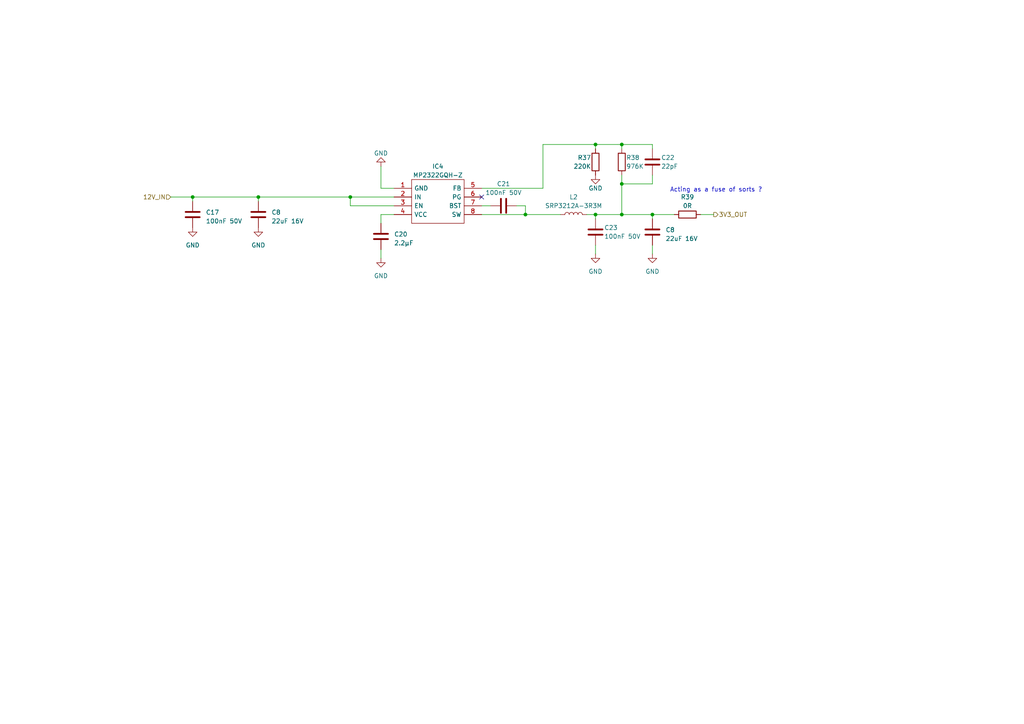
<source format=kicad_sch>
(kicad_sch (version 20230121) (generator eeschema)
  (paper "A4")
  (title_block (title "Vehicle Emulator Board") (date "2025-03-09") (rev "1.0.0") (comment 1 "https://github.com/martinroger/VXDash") (comment 2 "https://cadlab.io/projects/vxdash"))
  (lib_symbols
    (symbol "Device:C" (pin_numbers hide) (pin_names (offset 0.254))
      (property "Reference" "C" (at 0.635 2.54 0))
      (property "Value" "C" (at 0.635 -2.54 0))
      (symbol "C_0_1"
        (polyline (pts (xy -2.032 -0.762) (xy 2.032 -0.762)) (stroke (width 0.508)))
        (polyline (pts (xy -2.032 0.762) (xy 2.032 0.762)) (stroke (width 0.508)))
      )
      (symbol "C_1_1"
        (pin passive line (at 0 3.81 270) (length 2.794) (name "~") (number "1"))
        (pin passive line (at 0 -3.81 90) (length 2.794) (name "~") (number "2"))
      )
    )
    (symbol "Device:L" (pin_numbers hide) (pin_names (offset 1.016) hide)
      (property "Reference" "L" (at -1.27 0 90))
      (property "Value" "L" (at 1.905 0 90))
      (symbol "L_0_1"
        (arc (start 0 -2.54) (mid 0.6323 -1.905) (end 0 -1.27))
        (arc (start 0 -1.27) (mid 0.6323 -0.635) (end 0 0))
        (arc (start 0 0) (mid 0.6323 0.635) (end 0 1.27))
        (arc (start 0 1.27) (mid 0.6323 1.905) (end 0 2.54))
      )
      (symbol "L_1_1"
        (pin passive line (at 0 3.81 270) (length 1.27) (name "1") (number "1"))
        (pin passive line (at 0 -3.81 90) (length 1.27) (name "2") (number "2"))
      )
    )
    (symbol "Device:R" (pin_numbers hide) (pin_names (offset 0))
      (property "Reference" "R" (at 2.032 0 90))
      (property "Value" "R" (at 0 0 90))
      (symbol "R_0_1"
        (rectangle (start -1.016 -2.54) (end 1.016 2.54) (stroke (width 0.254)))
      )
      (symbol "R_1_1"
        (pin passive line (at 0 3.81 270) (length 1.27) (name "~") (number "1"))
        (pin passive line (at 0 -3.81 90) (length 1.27) (name "~") (number "2"))
      )
    )
    (symbol "SamacSys_Parts:MP2322GQH-Z" (pin_names (offset 0.762))
      (property "Reference" "IC" (at 21.59 7.62 0))
      (property "Value" "MP2322GQH-Z" (at 21.59 5.08 0))
      (symbol "MP2322GQH-Z_0_0"
        (pin passive line (at 0 0 0) (length 5.08) (name "GND") (number "1"))
        (pin passive line (at 0 -2.54 0) (length 5.08) (name "IN") (number "2"))
        (pin passive line (at 0 -5.08 0) (length 5.08) (name "EN") (number "3"))
        (pin passive line (at 0 -7.62 0) (length 5.08) (name "VCC") (number "4"))
        (pin passive line (at 25.4 0 180) (length 5.08) (name "FB") (number "5"))
        (pin passive line (at 25.4 -2.54 180) (length 5.08) (name "PG") (number "6"))
        (pin passive line (at 25.4 -5.08 180) (length 5.08) (name "BST") (number "7"))
        (pin passive line (at 25.4 -7.62 180) (length 5.08) (name "SW") (number "8"))
      )
      (symbol "MP2322GQH-Z_0_1"
        (polyline (pts (xy 5.08 2.54) (xy 20.32 2.54) (xy 20.32 -10.16) (xy 5.08 -10.16) (xy 5.08 2.54)) (stroke (width 0.1524)))
      )
    )
    (symbol "power:GND" (power) (pin_names (offset 0))
      (property "Value" "GND" (at 0 -3.81 0))
      (symbol "GND_0_1"
        (polyline (pts (xy 0 0) (xy 0 -1.27) (xy 1.27 -1.27) (xy 0 -2.54) (xy -1.27 -1.27) (xy 0 -1.27)))
      )
      (symbol "GND_1_1"
        (pin power_in line (at 0 0 270) (length 0) hide (name "GND") (number "1"))
      )
    )
  )
  (junction (at 101.6 57.15))
  (junction (at 172.72 62.23))
  (junction (at 152.4 62.23))
  (junction (at 55.88 57.15))
  (junction (at 180.34 41.91))
  (junction (at 172.72 41.91))
  (junction (at 180.34 53.34))
  (junction (at 180.34 62.23))
  (junction (at 189.23 62.23))
  (junction (at 74.93 57.15))
  (no_connect (at 139.7 57.15))
  (wire (pts (xy 172.72 62.23) (xy 172.72 63.5)))
  (wire (pts (xy 157.48 54.61) (xy 157.48 41.91)))
  (wire (pts (xy 152.4 62.23) (xy 162.56 62.23)))
  (wire (pts (xy 110.49 62.23) (xy 110.49 64.77)))
  (wire (pts (xy 189.23 50.8) (xy 189.23 53.34)))
  (wire (pts (xy 139.7 62.23) (xy 152.4 62.23)))
  (wire (pts (xy 74.93 58.42) (xy 74.93 57.15)))
  (wire (pts (xy 157.48 41.91) (xy 172.72 41.91)))
  (wire (pts (xy 114.3 54.61) (xy 110.49 54.61)))
  (wire (pts (xy 180.34 62.23) (xy 189.23 62.23)))
  (wire (pts (xy 172.72 62.23) (xy 180.34 62.23)))
  (wire (pts (xy 74.93 57.15) (xy 101.6 57.15)))
  (wire (pts (xy 180.34 41.91) (xy 180.34 43.18)))
  (wire (pts (xy 55.88 57.15) (xy 74.93 57.15)))
  (wire (pts (xy 180.34 41.91) (xy 189.23 41.91)))
  (wire (pts (xy 101.6 57.15) (xy 114.3 57.15)))
  (wire (pts (xy 189.23 41.91) (xy 189.23 43.18)))
  (wire (pts (xy 189.23 62.23) (xy 195.58 62.23)))
  (wire (pts (xy 203.2 62.23) (xy 207.01 62.23)))
  (wire (pts (xy 110.49 54.61) (xy 110.49 48.26)))
  (wire (pts (xy 55.88 57.15) (xy 49.53 57.15)))
  (wire (pts (xy 101.6 57.15) (xy 101.6 59.69)))
  (wire (pts (xy 172.72 41.91) (xy 172.72 43.18)))
  (wire (pts (xy 172.72 41.91) (xy 180.34 41.91)))
  (wire (pts (xy 180.34 50.8) (xy 180.34 53.34)))
  (wire (pts (xy 149.86 59.69) (xy 152.4 59.69)))
  (wire (pts (xy 114.3 59.69) (xy 101.6 59.69)))
  (wire (pts (xy 55.88 58.42) (xy 55.88 57.15)))
  (wire (pts (xy 110.49 72.39) (xy 110.49 74.93)))
  (wire (pts (xy 139.7 59.69) (xy 142.24 59.69)))
  (wire (pts (xy 114.3 62.23) (xy 110.49 62.23)))
  (wire (pts (xy 189.23 71.12) (xy 189.23 73.66)))
  (wire (pts (xy 172.72 73.66) (xy 172.72 71.12)))
  (wire (pts (xy 180.34 53.34) (xy 180.34 62.23)))
  (wire (pts (xy 139.7 54.61) (xy 157.48 54.61)))
  (wire (pts (xy 170.18 62.23) (xy 172.72 62.23)))
  (wire (pts (xy 180.34 53.34) (xy 189.23 53.34)))
  (wire (pts (xy 189.23 62.23) (xy 189.23 63.5)))
  (wire (pts (xy 152.4 59.69) (xy 152.4 62.23)))
  (text "Acting as a fuse of sorts ?" (at 194.31 55.88 0) (effects (font (size 1.27 1.27)) (justify left bottom)))
  (hierarchical_label "3V3_OUT" (shape output) (at 207.01 62.23 0))
  (hierarchical_label "12V_IN" (shape input) (at 49.53 57.15 180))
  (symbol (lib_id "Device:C") (at 189.23 67.31 0) (unit 1)
    (property "Reference" "C8" (at 193.04 66.675 0) (effects (justify left)))
    (property "Value" "22uF 16V" (at 193.04 69.215 0) (effects (justify left)))
    (property "Footprint" "Capacitor_SMD:C_0805_2012Metric" (effects hide))
    (property "Datasheet" "https://media.digikey.com/pdf/Data%20Sheets/Samsung%20PDFs/CL21A226MOCLRNC_Spec.pdf" (effects hide))
    (property "Description" "CAP CHIP 0603 22uF 16V X5R 20%" (effects hide))
    (property "Manufacturer_Part_Number" "CL21A226MOCLRNC" (effects hide))
    (property "Manufacturer_Name" "Samsung" (effects hide))
    (instances (project "Vehicle Emulator Board" (path "" (reference "C8") (unit 1)) (path "" (reference "C19") (unit 1))))
  )
  (symbol (lib_id "Device:C") (at 189.23 46.99 0) (unit 1)
    (property "Reference" "C22" (at 191.77 45.72 0) (effects (justify left)))
    (property "Value" "22pF" (at 191.77 48.26 0) (effects (justify left)))
    (property "Footprint" "Capacitor_SMD:C_0402_1005Metric" (effects hide))
    (property "Datasheet" "https://connect.kemet.com:7667/gateway/IntelliData-ComponentDocumentation/1.0/download/datasheet/C0402C220J5GAC7411" (effects hide))
    (property "Description" "CAP CHIP 0402 22pF 50V C0G 5%" (effects hide))
    (property "Manufacturer_Part_Number" "C0402C220J5GAC7411" (effects hide))
    (property "Manufacturer_Name" "Kemet" (effects hide))
  )
  (symbol (lib_id "power:GND") (at 189.23 73.66 0) (unit 1)
    (property "Reference" "#PWR042" (effects hide))
    (property "Value" "GND" (at 189.23 78.74 0))
  )
  (symbol (lib_id "power:GND") (at 74.93 66.04 0) (unit 1)
    (property "Reference" "#PWR036" (effects hide))
    (property "Value" "GND" (at 74.93 71.12 0))
  )
  (symbol (lib_id "power:GND") (at 172.72 73.66 0) (unit 1)
    (property "Reference" "#PWR037" (effects hide))
    (property "Value" "GND" (at 172.72 78.74 0))
  )
  (symbol (lib_id "power:GND") (at 55.88 66.04 0) (unit 1)
    (property "Reference" "#PWR035" (effects hide))
    (property "Value" "GND" (at 55.88 71.12 0))
  )
  (symbol (lib_id "power:GND") (at 110.49 74.93 0) (unit 1)
    (property "Reference" "#PWR039" (effects hide))
    (property "Value" "GND" (at 110.49 80.01 0))
  )
  (symbol (lib_id "Device:L") (at 166.37 62.23 90) (unit 1)
    (property "Reference" "L2" (at 166.37 57.15 90))
    (property "Value" "SRP3212A-3R3M" (at 166.37 59.69 90))
    (property "Footprint" "Inductor_SMD:L_1210_3225Metric" (effects hide))
    (property "Datasheet" "https://www.bourns.com/docs/product-datasheets/srp3212a.pdf" (effects hide))
    (property "Description" "Ind,3.2x2.5x1mm,3.3uH+/-20%,3.1A,shd AEC-Q200" (effects hide))
    (property "Manufacturer_Name" "Bourns" (effects hide))
    (property "Manufacturer_Part_Number" "SRP3212A-3R3M" (effects hide))
    (property "Tolerance" "20%" (effects hide))
  )
  (symbol (lib_id "power:GND") (at 172.72 50.8 0) (unit 1)
    (property "Reference" "#PWR040" (effects hide))
    (property "Value" "GND" (at 172.72 54.61 0))
  )
  (symbol (lib_id "Device:R") (at 199.39 62.23 90) (unit 1)
    (property "Reference" "R39" (at 199.39 57.15 90))
    (property "Value" "0R" (at 199.39 59.69 90))
    (property "Footprint" "Resistor_SMD:R_0402_1005Metric" (effects hide))
    (property "Datasheet" "https://www.yageo.com/upload/media/product/productsearch/datasheet/rchip/PYu-RC_Group_51_RoHS_L_12.pdf" (effects hide))
    (property "Description" "RES CHIP 0402 0R 1/16W" (effects hide))
    (property "Manufacturer_Part_Number" "RC0402JR-070RL" (effects hide))
    (property "Manufacturer_Name" "Yageo" (effects hide))
  )
  (symbol (lib_id "SamacSys_Parts:MP2322GQH-Z") (at 114.3 54.61 0) (unit 1)
    (property "Reference" "IC4" (at 127 48.26 0))
    (property "Value" "MP2322GQH-Z" (at 127 50.8 0))
    (property "Footprint" "SamacSys_Parts:MP2322GQHZ" (effects hide))
    (property "Datasheet" "https://www.monolithicpower.com/en/documentview/productdocument/index/version/2/document_type/Datasheet/lang/en/sku/MP2322/document_id/4852/" (effects hide))
    (property "Description" "Switching Voltage Regulators 1A, 22V, Low IQ, Synchronous Step Down Converter" (effects hide))
    (property "Height" "0.9" (effects hide))
    (property "Manufacturer_Name" "Monolithic Power Systems (MPS)" (effects hide))
    (property "Manufacturer_Part_Number" "MP2322GQH-Z" (effects hide))
    (property "Mouser Part Number" "946-MP2322GQH-Z" (effects hide))
    (property "Mouser Price/Stock" "https://www.mouser.co.uk/ProductDetail/Monolithic-Power-Systems-MPS/MP2322GQH-Z?qs=byeeYqUIh0PNRfOYikm40g%3D%3D" (effects hide))
  )
  (symbol (lib_id "Device:C") (at 110.49 68.58 0) (unit 1)
    (property "Reference" "C20" (at 114.3 67.945 0) (effects (justify left)))
    (property "Value" "2.2µF" (at 114.3 70.485 0) (effects (justify left)))
    (property "Footprint" "Capacitor_SMD:C_0402_1005Metric" (effects hide))
    (property "Datasheet" "https://search.murata.co.jp/Ceramy/image/img/A01X/G101/ENG/GRM155R60J225KE95-01.pdf" (effects hide))
    (property "Description" "CAP CHIP 0402 2.2uF 6.3V X5R 10%" (effects hide))
    (property "Manufacturer_Part_Number" "GRM155R60J225KE95D" (effects hide))
    (property "Manufacturer_Name" "Murata" (effects hide))
  )
  (symbol (lib_id "power:GND") (at 110.49 48.26 180) (unit 1)
    (property "Reference" "#PWR038" (effects hide))
    (property "Value" "GND" (at 110.49 44.45 0))
  )
  (symbol (lib_id "Device:C") (at 146.05 59.69 90) (unit 1)
    (property "Reference" "C21" (at 146.05 53.34 90))
    (property "Value" "100nF 50V" (at 146.05 55.88 90))
    (property "Footprint" "Capacitor_SMD:C_0402_1005Metric" (effects hide))
    (property "Datasheet" "https://search.murata.co.jp/Ceramy/image/img/A01X/G101/ENG/GRM155R61H104KE19-01.pdf" (effects hide))
    (property "Description" "CAP CHIP 0402 100nF 50V X5R 10%" (effects hide))
    (property "Manufacturer_Part_Number" "GRM155R61H104KE19D" (effects hide))
    (property "Manufacturer_Name" "Murata" (effects hide))
  )
  (symbol (lib_id "Device:C") (at 172.72 67.31 180) (unit 1)
    (property "Reference" "C23" (at 175.26 66.04 0) (effects (justify right)))
    (property "Value" "100nF 50V" (at 175.26 68.58 0) (effects (justify right)))
    (property "Footprint" "Capacitor_SMD:C_0402_1005Metric" (effects hide))
    (property "Datasheet" "https://search.murata.co.jp/Ceramy/image/img/A01X/G101/ENG/GRM155R61H104KE19-01.pdf" (effects hide))
    (property "Description" "CAP CHIP 0402 100nF 50V X5R 10%" (effects hide))
    (property "Manufacturer_Part_Number" "GRM155R61H104KE19D" (effects hide))
    (property "Manufacturer_Name" "Murata" (effects hide))
  )
  (symbol (lib_id "Device:C") (at 55.88 62.23 0) (unit 1)
    (property "Reference" "C17" (at 59.69 61.595 0) (effects (justify left)))
    (property "Value" "100nF 50V" (at 59.69 64.135 0) (effects (justify left)))
    (property "Footprint" "Capacitor_SMD:C_0402_1005Metric" (effects hide))
    (property "Datasheet" "https://search.murata.co.jp/Ceramy/image/img/A01X/G101/ENG/GRM155R61H104KE19-01.pdf" (effects hide))
    (property "Description" "CAP CHIP 0402 100nF 50V X5R 10%" (effects hide))
    (property "Manufacturer_Part_Number" "GRM155R61H104KE19D" (effects hide))
    (property "Manufacturer_Name" "Murata" (effects hide))
  )
  (symbol (lib_id "Device:R") (at 172.72 46.99 180) (unit 1)
    (property "Reference" "R37" (at 171.45 45.72 0) (effects (justify left)))
    (property "Value" "220K" (at 171.45 48.26 0) (effects (justify left)))
    (property "Footprint" "Resistor_SMD:R_0402_1005Metric" (effects hide))
    (property "Datasheet" "https://www.vishay.com/docs/20035/dcrcwe3.pdf" (effects hide))
    (property "Description" "RES CHIP 0402 220K 1% 1/16W" (effects hide))
    (property "Manufacturer_Part_Number" "CRCW0402220KFKED" (effects hide))
    (property "Manufacturer_Name" "Vishay Dale" (effects hide))
  )
  (symbol (lib_id "Device:R") (at 180.34 46.99 0) (unit 1)
    (property "Reference" "R38" (at 181.61 45.72 0) (effects (justify left)))
    (property "Value" "976K" (at 181.61 48.26 0) (effects (justify left)))
    (property "Footprint" "Resistor_SMD:R_0402_1005Metric" (effects hide))
    (property "Datasheet" "https://www.vishay.com/docs/20035/dcrcwe3.pdf" (effects hide))
    (property "Description" "RES CHIP 0402 976K 1% 1/16W" (effects hide))
    (property "Manufacturer_Part_Number" "CRCW0402976KFKED" (effects hide))
    (property "Manufacturer_Name" "Vishay Dale" (effects hide))
  )
  (symbol (lib_id "Device:C") (at 74.93 62.23 0) (unit 1)
    (property "Reference" "C8" (at 78.74 61.595 0) (effects (justify left)))
    (property "Value" "22uF 16V" (at 78.74 64.135 0) (effects (justify left)))
    (property "Footprint" "Capacitor_SMD:C_0805_2012Metric" (effects hide))
    (property "Datasheet" "https://media.digikey.com/pdf/Data%20Sheets/Samsung%20PDFs/CL21A226MOCLRNC_Spec.pdf" (effects hide))
    (property "Description" "CAP CHIP 0603 22uF 16V X5R 20%" (effects hide))
    (property "Manufacturer_Part_Number" "CL21A226MOCLRNC" (effects hide))
    (property "Manufacturer_Name" "Samsung" (effects hide))
    (instances (project "Vehicle Emulator Board" (path "" (reference "C8") (unit 1)) (path "" (reference "C18") (unit 1))))
  )
)
</source>
